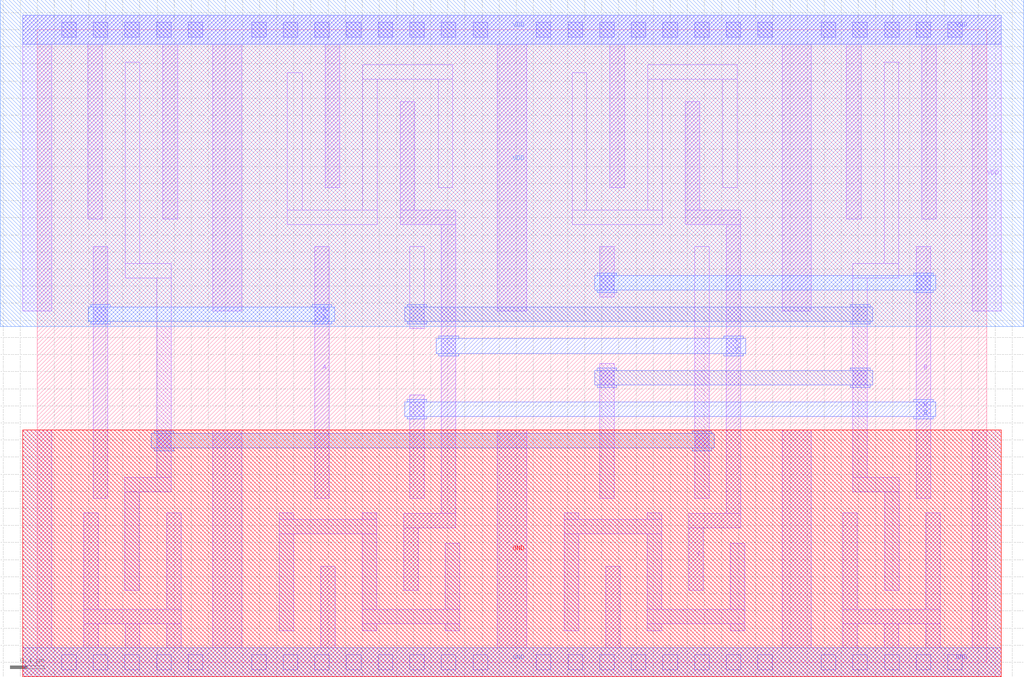
<source format=lef>
VERSION 5.7 ;
  NOWIREEXTENSIONATPIN ON ;
  DIVIDERCHAR "/" ;
  BUSBITCHARS "[]" ;
MACRO XOR2X1
  CLASS CORE ;
  FOREIGN XOR2X1 ;
  ORIGIN 0.000 0.000 ;
  SIZE 11.100 BY 7.400 ;
  SYMMETRY X Y R90 ;
  SITE unitrh ;
  PIN Y
    DIRECTION OUTPUT ;
    USE SIGNAL ;
    ANTENNADIFFAREA 1.543800 ;
    PORT
      LAYER li1 ;
        RECT 4.245 5.290 4.415 6.560 ;
        RECT 7.575 5.290 7.745 6.560 ;
        RECT 4.245 5.120 4.895 5.290 ;
        RECT 7.575 5.120 8.225 5.290 ;
        RECT 4.725 1.740 4.895 5.120 ;
        RECT 8.055 1.740 8.225 5.120 ;
        RECT 4.285 1.570 4.895 1.740 ;
        RECT 7.615 1.570 8.225 1.740 ;
        RECT 4.285 0.840 4.455 1.570 ;
        RECT 7.615 0.840 7.785 1.570 ;
      LAYER mcon ;
        RECT 4.725 3.615 4.895 3.785 ;
        RECT 8.055 3.615 8.225 3.785 ;
      LAYER met1 ;
        RECT 4.695 3.785 4.925 3.815 ;
        RECT 8.025 3.785 8.255 3.815 ;
        RECT 4.665 3.615 8.285 3.785 ;
        RECT 4.695 3.585 4.925 3.615 ;
        RECT 8.025 3.585 8.255 3.615 ;
    END
  END Y
  PIN A
    DIRECTION INPUT ;
    USE SIGNAL ;
    ANTENNAGATEAREA 2.060500 ;
    PORT
      LAYER li1 ;
        RECT 0.655 1.920 0.825 4.865 ;
        RECT 3.245 1.920 3.415 4.865 ;
      LAYER mcon ;
        RECT 0.655 3.985 0.825 4.155 ;
        RECT 3.245 3.985 3.415 4.155 ;
      LAYER met1 ;
        RECT 0.625 4.155 0.855 4.185 ;
        RECT 3.215 4.155 3.445 4.185 ;
        RECT 0.595 3.985 3.475 4.155 ;
        RECT 0.625 3.955 0.855 3.985 ;
        RECT 3.215 3.955 3.445 3.985 ;
    END
  END A
  PIN B
    DIRECTION INPUT ;
    USE SIGNAL ;
    ANTENNAGATEAREA 2.054500 ;
    PORT
      LAYER li1 ;
        RECT 6.575 4.275 6.745 4.865 ;
        RECT 4.355 1.920 4.525 3.125 ;
        RECT 10.275 1.920 10.445 4.865 ;
      LAYER mcon ;
        RECT 6.575 4.355 6.745 4.525 ;
        RECT 10.275 4.355 10.445 4.525 ;
        RECT 4.355 2.875 4.525 3.045 ;
        RECT 10.275 2.875 10.445 3.045 ;
      LAYER met1 ;
        RECT 6.545 4.525 6.775 4.555 ;
        RECT 10.245 4.525 10.475 4.555 ;
        RECT 6.515 4.355 10.505 4.525 ;
        RECT 6.545 4.325 6.775 4.355 ;
        RECT 10.245 4.325 10.475 4.355 ;
        RECT 4.325 3.045 4.555 3.075 ;
        RECT 10.245 3.045 10.475 3.075 ;
        RECT 4.295 2.875 10.505 3.045 ;
        RECT 4.325 2.845 4.555 2.875 ;
        RECT 10.245 2.845 10.475 2.875 ;
    END
  END B
  PIN VDD
    DIRECTION INOUT ;
    USE POWER ;
    SHAPE ABUTMENT ;
    PORT
      LAYER nwell ;
        RECT -0.435 3.930 11.535 7.750 ;
      LAYER li1 ;
        RECT -0.170 7.230 11.270 7.570 ;
        RECT -0.170 4.110 0.170 7.230 ;
        RECT 0.590 5.185 0.760 7.230 ;
        RECT 1.470 5.185 1.640 7.230 ;
        RECT 2.050 4.110 2.390 7.230 ;
        RECT 3.365 5.550 3.535 7.230 ;
        RECT 5.380 4.110 5.720 7.230 ;
        RECT 6.695 5.550 6.865 7.230 ;
        RECT 8.710 4.110 9.050 7.230 ;
        RECT 9.460 5.185 9.630 7.230 ;
        RECT 10.340 5.185 10.510 7.230 ;
        RECT 10.930 4.110 11.270 7.230 ;
      LAYER mcon ;
        RECT 0.285 7.315 0.455 7.485 ;
        RECT 0.655 7.315 0.825 7.485 ;
        RECT 1.025 7.315 1.195 7.485 ;
        RECT 1.395 7.315 1.565 7.485 ;
        RECT 1.765 7.315 1.935 7.485 ;
        RECT 2.505 7.315 2.675 7.485 ;
        RECT 2.875 7.315 3.045 7.485 ;
        RECT 3.245 7.315 3.415 7.485 ;
        RECT 3.615 7.315 3.785 7.485 ;
        RECT 3.985 7.315 4.155 7.485 ;
        RECT 4.355 7.315 4.525 7.485 ;
        RECT 4.725 7.315 4.895 7.485 ;
        RECT 5.095 7.315 5.265 7.485 ;
        RECT 5.835 7.315 6.005 7.485 ;
        RECT 6.205 7.315 6.375 7.485 ;
        RECT 6.575 7.315 6.745 7.485 ;
        RECT 6.945 7.315 7.115 7.485 ;
        RECT 7.315 7.315 7.485 7.485 ;
        RECT 7.685 7.315 7.855 7.485 ;
        RECT 8.055 7.315 8.225 7.485 ;
        RECT 8.425 7.315 8.595 7.485 ;
        RECT 9.165 7.315 9.335 7.485 ;
        RECT 9.535 7.315 9.705 7.485 ;
        RECT 9.905 7.315 10.075 7.485 ;
        RECT 10.275 7.315 10.445 7.485 ;
        RECT 10.645 7.315 10.815 7.485 ;
      LAYER met1 ;
        RECT -0.170 7.230 11.270 7.570 ;
    END
  END VDD
  PIN GND
    DIRECTION INOUT ;
    USE GROUND ;
    SHAPE ABUTMENT ;
    PORT
      LAYER pwell ;
        RECT -0.170 -0.170 11.270 2.720 ;
      LAYER li1 ;
        RECT -0.170 0.170 0.170 2.720 ;
        RECT 0.545 0.620 0.715 1.750 ;
        RECT 1.515 0.620 1.685 1.750 ;
        RECT 0.545 0.450 1.685 0.620 ;
        RECT 0.545 0.170 0.715 0.450 ;
        RECT 1.030 0.170 1.200 0.450 ;
        RECT 1.515 0.170 1.685 0.450 ;
        RECT 2.050 0.170 2.390 2.720 ;
        RECT 3.315 0.170 3.485 1.125 ;
        RECT 5.380 0.170 5.720 2.720 ;
        RECT 6.645 0.170 6.815 1.125 ;
        RECT 8.710 0.170 9.050 2.720 ;
        RECT 9.415 0.620 9.585 1.750 ;
        RECT 10.385 0.620 10.555 1.750 ;
        RECT 9.415 0.450 10.555 0.620 ;
        RECT 9.415 0.170 9.585 0.450 ;
        RECT 9.900 0.170 10.070 0.450 ;
        RECT 10.385 0.170 10.555 0.450 ;
        RECT 10.930 0.170 11.270 2.720 ;
        RECT -0.170 -0.170 11.270 0.170 ;
      LAYER mcon ;
        RECT 0.285 -0.085 0.455 0.085 ;
        RECT 0.655 -0.085 0.825 0.085 ;
        RECT 1.025 -0.085 1.195 0.085 ;
        RECT 1.395 -0.085 1.565 0.085 ;
        RECT 1.765 -0.085 1.935 0.085 ;
        RECT 2.505 -0.085 2.675 0.085 ;
        RECT 2.875 -0.085 3.045 0.085 ;
        RECT 3.245 -0.085 3.415 0.085 ;
        RECT 3.615 -0.085 3.785 0.085 ;
        RECT 3.985 -0.085 4.155 0.085 ;
        RECT 4.355 -0.085 4.525 0.085 ;
        RECT 4.725 -0.085 4.895 0.085 ;
        RECT 5.095 -0.085 5.265 0.085 ;
        RECT 5.835 -0.085 6.005 0.085 ;
        RECT 6.205 -0.085 6.375 0.085 ;
        RECT 6.575 -0.085 6.745 0.085 ;
        RECT 6.945 -0.085 7.115 0.085 ;
        RECT 7.315 -0.085 7.485 0.085 ;
        RECT 7.685 -0.085 7.855 0.085 ;
        RECT 8.055 -0.085 8.225 0.085 ;
        RECT 8.425 -0.085 8.595 0.085 ;
        RECT 9.165 -0.085 9.335 0.085 ;
        RECT 9.535 -0.085 9.705 0.085 ;
        RECT 9.905 -0.085 10.075 0.085 ;
        RECT 10.275 -0.085 10.445 0.085 ;
        RECT 10.645 -0.085 10.815 0.085 ;
      LAYER met1 ;
        RECT -0.170 -0.170 11.270 0.170 ;
    END
  END GND
  OBS
      LAYER li1 ;
        RECT 1.030 4.665 1.200 7.020 ;
        RECT 2.925 5.290 3.095 6.900 ;
        RECT 3.805 6.820 4.855 6.990 ;
        RECT 3.805 5.290 3.975 6.820 ;
        RECT 4.685 5.550 4.855 6.820 ;
        RECT 2.925 5.120 3.975 5.290 ;
        RECT 6.255 5.290 6.425 6.900 ;
        RECT 7.135 6.820 8.185 6.990 ;
        RECT 7.135 5.290 7.305 6.820 ;
        RECT 8.015 5.550 8.185 6.820 ;
        RECT 6.255 5.120 7.305 5.290 ;
        RECT 1.030 4.495 1.565 4.665 ;
        RECT 1.395 2.165 1.565 4.495 ;
        RECT 4.355 3.905 4.525 4.865 ;
        RECT 1.025 1.995 1.565 2.165 ;
        RECT 1.025 0.840 1.195 1.995 ;
        RECT 6.575 1.920 6.745 3.495 ;
        RECT 7.685 1.920 7.855 4.865 ;
        RECT 9.900 4.665 10.070 7.020 ;
        RECT 9.535 4.495 10.070 4.665 ;
        RECT 9.535 2.165 9.705 4.495 ;
        RECT 9.535 1.995 10.075 2.165 ;
        RECT 2.830 1.670 3.000 1.750 ;
        RECT 3.800 1.670 3.970 1.750 ;
        RECT 2.830 1.500 3.970 1.670 ;
        RECT 2.830 0.370 3.000 1.500 ;
        RECT 3.800 0.620 3.970 1.500 ;
        RECT 6.160 1.670 6.330 1.750 ;
        RECT 7.130 1.670 7.300 1.750 ;
        RECT 6.160 1.500 7.300 1.670 ;
        RECT 4.770 0.620 4.940 1.390 ;
        RECT 3.800 0.450 4.940 0.620 ;
        RECT 3.800 0.370 3.970 0.450 ;
        RECT 4.770 0.370 4.940 0.450 ;
        RECT 6.160 0.370 6.330 1.500 ;
        RECT 7.130 0.620 7.300 1.500 ;
        RECT 8.100 0.620 8.270 1.390 ;
        RECT 9.905 0.840 10.075 1.995 ;
        RECT 7.130 0.450 8.270 0.620 ;
        RECT 7.130 0.370 7.300 0.450 ;
        RECT 8.100 0.370 8.270 0.450 ;
      LAYER mcon ;
        RECT 4.355 3.985 4.525 4.155 ;
        RECT 1.395 2.505 1.565 2.675 ;
        RECT 6.575 3.245 6.745 3.415 ;
        RECT 7.685 2.505 7.855 2.675 ;
        RECT 9.535 3.985 9.705 4.155 ;
        RECT 9.535 3.245 9.705 3.415 ;
      LAYER met1 ;
        RECT 4.325 4.155 4.555 4.185 ;
        RECT 9.505 4.155 9.735 4.185 ;
        RECT 4.295 3.985 9.765 4.155 ;
        RECT 4.325 3.955 4.555 3.985 ;
        RECT 9.505 3.955 9.735 3.985 ;
        RECT 6.545 3.415 6.775 3.445 ;
        RECT 9.505 3.415 9.735 3.445 ;
        RECT 6.515 3.245 9.765 3.415 ;
        RECT 6.545 3.215 6.775 3.245 ;
        RECT 9.505 3.215 9.735 3.245 ;
        RECT 1.365 2.675 1.595 2.705 ;
        RECT 7.655 2.675 7.885 2.705 ;
        RECT 1.335 2.505 7.915 2.675 ;
        RECT 1.365 2.475 1.595 2.505 ;
        RECT 7.655 2.475 7.885 2.505 ;
  END
END XOR2X1
END LIBRARY


</source>
